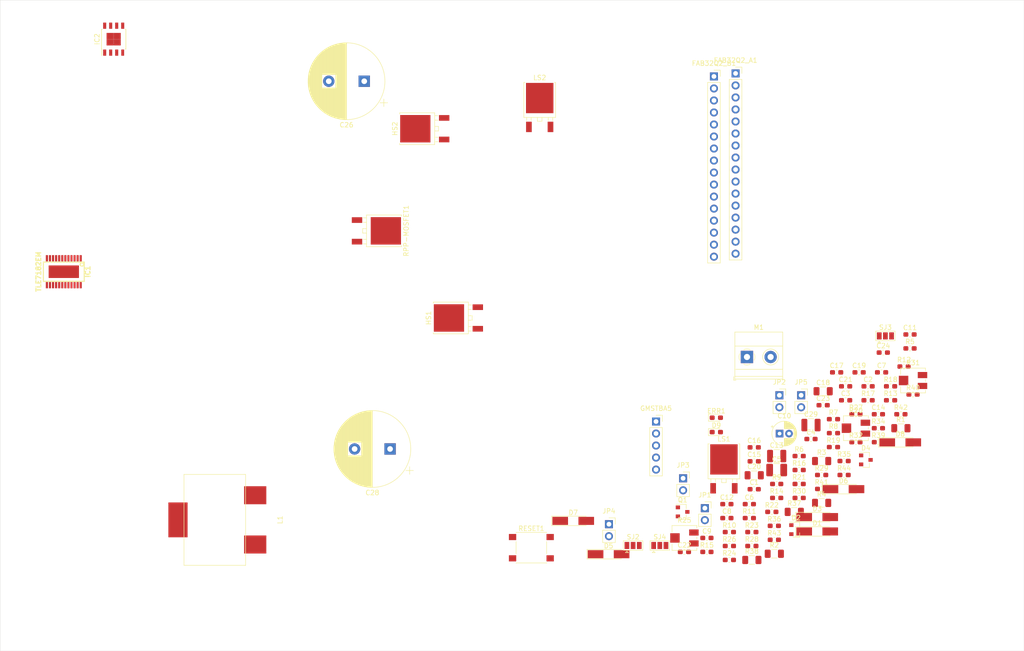
<source format=kicad_pcb>
(kicad_pcb (version 20171130) (host pcbnew 5.1.6-c6e7f7d~87~ubuntu18.04.1)
  (layers (0 F.Cu signal) (31 B.Cu signal) (34 B.Paste user) (35 F.Paste user) (36 B.SilkS user) (37 F.SilkS user) (38 B.Mask user) (39 F.Mask user) (44 Edge.Cuts user))
  (net 0 "")
  (net 1 "Net-(C1-Pad2)")
  (net 2 "Net-(C1-Pad1)")
  (net 3 GNDPWR)
  (net 4 "Net-(C2-Pad1)")
  (net 5 "Net-(C3-Pad2)")
  (net 6 GND)
  (net 7 +5V)
  (net 8 "Net-(C6-Pad2)")
  (net 9 /OUT1)
  (net 10 "Net-(C7-Pad2)")
  (net 11 "Net-(C7-Pad1)")
  (net 12 "Net-(C8-Pad2)")
  (net 13 "Net-(C8-Pad1)")
  (net 14 "Net-(C9-Pad2)")
  (net 15 /OUT2)
  (net 16 "Net-(C10-Pad1)")
  (net 17 "Net-(C12-Pad2)")
  (net 18 "Net-(C12-Pad1)")
  (net 19 /ISO*)
  (net 20 "Net-(C18-Pad2)")
  (net 21 "Net-(C20-Pad2)")
  (net 22 "Net-(C22-Pad2)")
  (net 23 "Net-(C23-Pad2)")
  (net 24 "Net-(C24-Pad2)")
  (net 25 "Net-(D1-Pad2)")
  (net 26 "Net-(D1-Pad1)")
  (net 27 "Net-(D2-Pad2)")
  (net 28 "Net-(D3-Pad2)")
  (net 29 "Net-(D3-Pad1)")
  (net 30 "Net-(D5-Pad1)")
  (net 31 "Net-(D6-Pad2)")
  (net 32 "Net-(D6-Pad1)")
  (net 33 "Net-(D7-Pad2)")
  (net 34 "Net-(D7-Pad1)")
  (net 35 "Net-(D8-Pad2)")
  (net 36 "Net-(D8-Pad1)")
  (net 37 "Net-(D9-Pad1)")
  (net 38 "Net-(ERR1-Pad2)")
  (net 39 "Net-(ERR1-Pad1)")
  (net 40 /IL1)
  (net 41 /IH1)
  (net 42 /IL2)
  (net 43 /IH2)
  (net 44 /PWM)
  (net 45 /ERR)
  (net 46 /DRV)
  (net 47 "Net-(JP1-Pad1)")
  (net 48 "Net-(JP4-Pad1)")
  (net 49 "Net-(JP5-Pad1)")
  (net 50 "Net-(Q1-Pad3)")
  (net 51 "Net-(Q1-Pad1)")
  (net 52 "Net-(R20-Pad1)")
  (net 53 "Net-(R25-Pad1)")
  (net 54 "Net-(R30-Pad1)")
  (net 55 "Net-(R32-Pad1)")
  (net 56 "Net-(R34-Pad1)")
  (net 57 "Net-(R35-Pad1)")
  (net 58 "Net-(R36-Pad1)")
  (net 59 "Net-(IC1-Pad18)")
  (net 60 "Net-(IC1-Pad16)")
  (net 61 "Net-(IC1-Pad15)")
  (net 62 "Net-(IC1-Pad14)")
  (net 63 "Net-(IC1-Pad13)")
  (net 64 "Net-(IC1-Pad12)")
  (net 65 "Net-(IC1-Pad9)")
  (net 66 "Net-(IC1-Pad6)")
  (net 67 "Net-(IC1-Pad5)")
  (module Resistor_SMD:R_0603_1608Metric_Pad1.05x0.95mm_HandSolder (layer F.Cu) (at 237.059 132.626)
    (fp_text reference R44 (at 0 -1.43) (layer F.SilkS))
    (fp_text value "10K 1%")
    (pad 2 smd roundrect (at 0.875 0) (size 1.05 0.95) (layers F.Cu F.Paste F.Mask) (net 64 "Net-(IC1-Pad12)"))
    (pad 1 smd roundrect (at -0.875 0) (size 1.05 0.95) (layers F.Cu F.Paste F.Mask) (net 17 "Net-(C12-Pad2)"))
  )
  (module Resistor_SMD:R_0603_1608Metric_Pad1.05x0.95mm_HandSolder (layer F.Cu) (at 222.309 146.326)
    (fp_text reference R43 (at 0 -1.43) (layer F.SilkS))
    (fp_text value 47K)
    (pad 2 smd roundrect (at 0.875 0) (size 1.05 0.95) (layers F.Cu F.Paste F.Mask) (net 6 GND))
    (pad 1 smd roundrect (at -0.875 0) (size 1.05 0.95) (layers F.Cu F.Paste F.Mask) (net 51 "Net-(Q1-Pad1)"))
  )
  (module Resistor_SMD:R_0603_1608Metric_Pad1.05x0.95mm_HandSolder (layer F.Cu) (at 249.059 119.786)
    (fp_text reference R42 (at 0 -1.43) (layer F.SilkS))
    (fp_text value 47K)
    (pad 2 smd roundrect (at 0.875 0) (size 1.05 0.95) (layers F.Cu F.Paste F.Mask) (net 23 "Net-(C23-Pad2)"))
    (pad 1 smd roundrect (at -0.875 0) (size 1.05 0.95) (layers F.Cu F.Paste F.Mask) (net 9 /OUT1))
  )
  (module Resistor_SMD:R_0603_1608Metric_Pad1.05x0.95mm_HandSolder (layer F.Cu) (at 232.309 135.576)
    (fp_text reference R41 (at 0 -1.43) (layer F.SilkS))
    (fp_text value 5,1K)
    (pad 2 smd roundrect (at 0.875 0) (size 1.05 0.95) (layers F.Cu F.Paste F.Mask) (net 23 "Net-(C23-Pad2)"))
    (pad 1 smd roundrect (at -0.875 0) (size 1.05 0.95) (layers F.Cu F.Paste F.Mask) (net 6 GND))
  )
  (module Resistor_SMD:R_0603_1608Metric_Pad1.05x0.95mm_HandSolder (layer F.Cu) (at 251.629 115.606)
    (fp_text reference R40 (at 0 -1.43) (layer F.SilkS))
    (fp_text value 5,1K)
    (pad 2 smd roundrect (at 0.875 0) (size 1.05 0.95) (layers F.Cu F.Paste F.Mask) (net 22 "Net-(C22-Pad2)"))
    (pad 1 smd roundrect (at -0.875 0) (size 1.05 0.95) (layers F.Cu F.Paste F.Mask) (net 6 GND))
  )
  (module Resistor_SMD:R_0603_1608Metric_Pad1.05x0.95mm_HandSolder (layer F.Cu) (at 244.309 125.686)
    (fp_text reference R39 (at 0 -1.43) (layer F.SilkS))
    (fp_text value 47K)
    (pad 2 smd roundrect (at 0.875 0) (size 1.05 0.95) (layers F.Cu F.Paste F.Mask) (net 22 "Net-(C22-Pad2)"))
    (pad 1 smd roundrect (at -0.875 0) (size 1.05 0.95) (layers F.Cu F.Paste F.Mask) (net 15 /OUT2))
  )
  (module Resistor_SMD:R_0603_1608Metric_Pad1.05x0.95mm_HandSolder (layer F.Cu) (at 222.309 143.376)
    (fp_text reference R36 (at 0 -1.43) (layer F.SilkS))
    (fp_text value 10K)
    (pad 2 smd roundrect (at 0.875 0) (size 1.05 0.95) (layers F.Cu F.Paste F.Mask) (net 40 /IL1))
    (pad 1 smd roundrect (at -0.875 0) (size 1.05 0.95) (layers F.Cu F.Paste F.Mask) (net 58 "Net-(R36-Pad1)"))
  )
  (module Resistor_SMD:R_0603_1608Metric_Pad1.05x0.95mm_HandSolder (layer F.Cu) (at 237.059 129.676)
    (fp_text reference R35 (at 0 -1.43) (layer F.SilkS))
    (fp_text value 10K)
    (pad 2 smd roundrect (at 0.875 0) (size 1.05 0.95) (layers F.Cu F.Paste F.Mask) (net 46 /DRV))
    (pad 1 smd roundrect (at -0.875 0) (size 1.05 0.95) (layers F.Cu F.Paste F.Mask) (net 57 "Net-(R35-Pad1)"))
  )
  (module Resistor_SMD:R_0603_1608Metric_Pad1.05x0.95mm_HandSolder (layer F.Cu) (at 244.309 122.736)
    (fp_text reference R34 (at 0 -1.43) (layer F.SilkS))
    (fp_text value 10K)
    (pad 2 smd roundrect (at 0.875 0) (size 1.05 0.95) (layers F.Cu F.Paste F.Mask) (net 41 /IH1))
    (pad 1 smd roundrect (at -0.875 0) (size 1.05 0.95) (layers F.Cu F.Paste F.Mask) (net 56 "Net-(R34-Pad1)"))
  )
  (module Resistor_SMD:R_0603_1608Metric_Pad1.05x0.95mm_HandSolder (layer F.Cu) (at 239.559 125.686)
    (fp_text reference R32 (at 0 -1.43) (layer F.SilkS))
    (fp_text value 10K)
    (pad 2 smd roundrect (at 0.875 0) (size 1.05 0.95) (layers F.Cu F.Paste F.Mask) (net 44 /PWM))
    (pad 1 smd roundrect (at -0.875 0) (size 1.05 0.95) (layers F.Cu F.Paste F.Mask) (net 55 "Net-(R32-Pad1)"))
  )
  (module Resistor_SMD:R_0603_1608Metric_Pad1.05x0.95mm_HandSolder (layer F.Cu) (at 227.559 137.476)
    (fp_text reference R30 (at 0 -1.43) (layer F.SilkS))
    (fp_text value 10K)
    (pad 2 smd roundrect (at 0.875 0) (size 1.05 0.95) (layers F.Cu F.Paste F.Mask) (net 43 /IH2))
    (pad 1 smd roundrect (at -0.875 0) (size 1.05 0.95) (layers F.Cu F.Paste F.Mask) (net 54 "Net-(R30-Pad1)"))
  )
  (module Resistor_SMD:R_0603_1608Metric_Pad1.05x0.95mm_HandSolder (layer F.Cu) (at 232.309 132.626)
    (fp_text reference R29 (at 0 -1.43) (layer F.SilkS))
    (fp_text value 10K)
    (pad 2 smd roundrect (at 0.875 0) (size 1.05 0.95) (layers F.Cu F.Paste F.Mask) (net 42 /IL2))
    (pad 1 smd roundrect (at -0.875 0) (size 1.05 0.95) (layers F.Cu F.Paste F.Mask) (net 62 "Net-(IC1-Pad14)"))
  )
  (module Resistor_SMD:R_0603_1608Metric_Pad1.05x0.95mm_HandSolder (layer F.Cu) (at 217.559 147.636)
    (fp_text reference R28 (at 0 -1.43) (layer F.SilkS))
    (fp_text value R)
    (pad 2 smd roundrect (at 0.875 0) (size 1.05 0.95) (layers F.Cu F.Paste F.Mask) (net 3 GNDPWR))
    (pad 1 smd roundrect (at -0.875 0) (size 1.05 0.95) (layers F.Cu F.Paste F.Mask) (net 24 "Net-(C24-Pad2)"))
  )
  (module Resistor_SMD:R_0603_1608Metric_Pad1.05x0.95mm_HandSolder (layer F.Cu) (at 239.559 119.786)
    (fp_text reference R27 (at 0 -1.43) (layer F.SilkS))
    (fp_text value 10K)
    (pad 2 smd roundrect (at 0.875 0) (size 1.05 0.95) (layers F.Cu F.Paste F.Mask) (net 45 /ERR))
    (pad 1 smd roundrect (at -0.875 0) (size 1.05 0.95) (layers F.Cu F.Paste F.Mask) (net 39 "Net-(ERR1-Pad1)"))
  )
  (module Resistor_SMD:R_0603_1608Metric_Pad1.05x0.95mm_HandSolder (layer F.Cu) (at 212.809 147.636)
    (fp_text reference R26 (at 0 -1.43) (layer F.SilkS))
    (fp_text value R)
    (pad 2 smd roundrect (at 0.875 0) (size 1.05 0.95) (layers F.Cu F.Paste F.Mask) (net 24 "Net-(C24-Pad2)"))
    (pad 1 smd roundrect (at -0.875 0) (size 1.05 0.95) (layers F.Cu F.Paste F.Mask) (net 14 "Net-(C9-Pad2)"))
  )
  (module Resistor_SMD:R_0603_1608Metric_Pad1.05x0.95mm_HandSolder (layer F.Cu) (at 212.809 150.586)
    (fp_text reference R24 (at 0 -1.43) (layer F.SilkS))
    (fp_text value 1K)
    (pad 2 smd roundrect (at 0.875 0) (size 1.05 0.95) (layers F.Cu F.Paste F.Mask) (net 49 "Net-(JP5-Pad1)"))
    (pad 1 smd roundrect (at -0.875 0) (size 1.05 0.95) (layers F.Cu F.Paste F.Mask) (net 7 +5V))
  )
  (module Resistor_SMD:R_0603_1608Metric_Pad1.05x0.95mm_HandSolder (layer F.Cu) (at 217.559 144.686)
    (fp_text reference R23 (at 0 -1.43) (layer F.SilkS))
    (fp_text value 22K)
    (pad 2 smd roundrect (at 0.875 0) (size 1.05 0.95) (layers F.Cu F.Paste F.Mask) (net 19 /ISO*))
    (pad 1 smd roundrect (at -0.875 0) (size 1.05 0.95) (layers F.Cu F.Paste F.Mask) (net 65 "Net-(IC1-Pad9)"))
  )
  (module Resistor_SMD:R_0603_1608Metric_Pad1.05x0.95mm_HandSolder (layer F.Cu) (at 221.779 140.426)
    (fp_text reference R22 (at 0 -1.43) (layer F.SilkS))
    (fp_text value 1R)
    (pad 2 smd roundrect (at 0.875 0) (size 1.05 0.95) (layers F.Cu F.Paste F.Mask) (net 20 "Net-(C18-Pad2)"))
    (pad 1 smd roundrect (at -0.875 0) (size 1.05 0.95) (layers F.Cu F.Paste F.Mask) (net 2 "Net-(C1-Pad1)"))
  )
  (module Resistor_SMD:R_0603_1608Metric_Pad1.05x0.95mm_HandSolder (layer F.Cu) (at 227.559 134.526)
    (fp_text reference R21 (at 0 -1.43) (layer F.SilkS))
    (fp_text value 1R)
    (pad 2 smd roundrect (at 0.875 0) (size 1.05 0.95) (layers F.Cu F.Paste F.Mask) (net 16 "Net-(C10-Pad1)"))
    (pad 1 smd roundrect (at -0.875 0) (size 1.05 0.95) (layers F.Cu F.Paste F.Mask) (net 2 "Net-(C1-Pad1)"))
  )
  (module Resistor_SMD:R_0603_1608Metric_Pad1.05x0.95mm_HandSolder (layer F.Cu) (at 234.809 126.726)
    (fp_text reference R19 (at 0 -1.43) (layer F.SilkS))
    (fp_text value "22R 1%")
    (pad 2 smd roundrect (at 0.875 0) (size 1.05 0.95) (layers F.Cu F.Paste F.Mask) (net 67 "Net-(IC1-Pad5)"))
    (pad 1 smd roundrect (at -0.875 0) (size 1.05 0.95) (layers F.Cu F.Paste F.Mask) (net 2 "Net-(C1-Pad1)"))
  )
  (module Resistor_SMD:R_0603_1608Metric_Pad1.05x0.95mm_HandSolder (layer F.Cu) (at 246.879 113.886)
    (fp_text reference R18 (at 0 -1.43) (layer F.SilkS))
    (fp_text value 4k7)
    (pad 2 smd roundrect (at 0.875 0) (size 1.05 0.95) (layers F.Cu F.Paste F.Mask) (net 66 "Net-(IC1-Pad6)"))
    (pad 1 smd roundrect (at -0.875 0) (size 1.05 0.95) (layers F.Cu F.Paste F.Mask) (net 50 "Net-(Q1-Pad3)"))
  )
  (module Resistor_SMD:R_0603_1608Metric_Pad1.05x0.95mm_HandSolder (layer F.Cu) (at 242.129 116.836)
    (fp_text reference R17 (at 0 -1.43) (layer F.SilkS))
    (fp_text value 1K)
    (pad 2 smd roundrect (at 0.875 0) (size 1.05 0.95) (layers F.Cu F.Paste F.Mask) (net 19 /ISO*))
    (pad 1 smd roundrect (at -0.875 0) (size 1.05 0.95) (layers F.Cu F.Paste F.Mask) (net 17 "Net-(C12-Pad2)"))
  )
  (module Resistor_SMD:R_0603_1608Metric_Pad1.05x0.95mm_HandSolder (layer F.Cu) (at 227.559 131.576)
    (fp_text reference R16 (at 0 -1.43) (layer F.SilkS))
    (fp_text value "10K 1%")
    (pad 2 smd roundrect (at 0.875 0) (size 1.05 0.95) (layers F.Cu F.Paste F.Mask) (net 64 "Net-(IC1-Pad12)"))
    (pad 1 smd roundrect (at -0.875 0) (size 1.05 0.95) (layers F.Cu F.Paste F.Mask) (net 17 "Net-(C12-Pad2)"))
  )
  (module Resistor_SMD:R_0603_1608Metric_Pad1.05x0.95mm_HandSolder (layer F.Cu) (at 208.059 148.886)
    (fp_text reference R15 (at 0 -1.43) (layer F.SilkS))
    (fp_text value "10K 1%")
    (pad 2 smd roundrect (at 0.875 0) (size 1.05 0.95) (layers F.Cu F.Paste F.Mask) (net 6 GND))
    (pad 1 smd roundrect (at -0.875 0) (size 1.05 0.95) (layers F.Cu F.Paste F.Mask) (net 18 "Net-(C12-Pad1)"))
  )
  (module Resistor_SMD:R_0603_1608Metric_Pad1.05x0.95mm_HandSolder (layer F.Cu) (at 222.809 137.476)
    (fp_text reference R14 (at 0 -1.43) (layer F.SilkS))
    (fp_text value "10K 1%")
    (pad 2 smd roundrect (at 0.875 0) (size 1.05 0.95) (layers F.Cu F.Paste F.Mask) (net 18 "Net-(C12-Pad1)"))
    (pad 1 smd roundrect (at -0.875 0) (size 1.05 0.95) (layers F.Cu F.Paste F.Mask) (net 7 +5V))
  )
  (module Resistor_SMD:R_0603_1608Metric_Pad1.05x0.95mm_HandSolder (layer F.Cu) (at 246.879 116.836)
    (fp_text reference R13 (at 0 -1.43) (layer F.SilkS))
    (fp_text value "220R 1%")
    (pad 2 smd roundrect (at 0.875 0) (size 1.05 0.95) (layers F.Cu F.Paste F.Mask) (net 17 "Net-(C12-Pad2)"))
    (pad 1 smd roundrect (at -0.875 0) (size 1.05 0.95) (layers F.Cu F.Paste F.Mask) (net 3 GNDPWR))
  )
  (module Resistor_SMD:R_0603_1608Metric_Pad1.05x0.95mm_HandSolder (layer F.Cu) (at 249.729 109.706)
    (fp_text reference R12 (at 0 -1.43) (layer F.SilkS))
    (fp_text value "220R 1%")
    (pad 2 smd roundrect (at 0.875 0) (size 1.05 0.95) (layers F.Cu F.Paste F.Mask) (net 18 "Net-(C12-Pad1)"))
    (pad 1 smd roundrect (at -0.875 0) (size 1.05 0.95) (layers F.Cu F.Paste F.Mask) (net 24 "Net-(C24-Pad2)"))
  )
  (module Resistor_SMD:R_0603_1608Metric_Pad1.05x0.95mm_HandSolder (layer F.Cu) (at 217.029 141.736)
    (fp_text reference R11 (at 0 -1.43) (layer F.SilkS))
    (fp_text value 0R)
    (pad 2 smd roundrect (at 0.875 0) (size 1.05 0.95) (layers F.Cu F.Paste F.Mask) (net 30 "Net-(D5-Pad1)"))
    (pad 1 smd roundrect (at -0.875 0) (size 1.05 0.95) (layers F.Cu F.Paste F.Mask) (net 24 "Net-(C24-Pad2)"))
  )
  (module Resistor_SMD:R_0603_1608Metric_Pad1.05x0.95mm_HandSolder (layer F.Cu) (at 212.809 144.686)
    (fp_text reference R10 (at 0 -1.43) (layer F.SilkS))
    (fp_text value 0R)
    (pad 2 smd roundrect (at 0.875 0) (size 1.05 0.95) (layers F.Cu F.Paste F.Mask) (net 13 "Net-(C8-Pad1)"))
    (pad 1 smd roundrect (at -0.875 0) (size 1.05 0.95) (layers F.Cu F.Paste F.Mask) (net 15 /OUT2))
  )
  (module Resistor_SMD:R_0603_1608Metric_Pad1.05x0.95mm_HandSolder (layer F.Cu) (at 222.809 134.526)
    (fp_text reference R9 (at 0 -1.43) (layer F.SilkS))
    (fp_text value 0R)
    (pad 2 smd roundrect (at 0.875 0) (size 1.05 0.95) (layers F.Cu F.Paste F.Mask) (net 11 "Net-(C7-Pad1)"))
    (pad 1 smd roundrect (at -0.875 0) (size 1.05 0.95) (layers F.Cu F.Paste F.Mask) (net 9 /OUT1))
  )
  (module Resistor_SMD:R_0603_1608Metric_Pad1.05x0.95mm_HandSolder (layer F.Cu) (at 234.809 123.776)
    (fp_text reference R8 (at 0 -1.43) (layer F.SilkS))
    (fp_text value "10R 1%")
    (pad 2 smd roundrect (at 0.875 0) (size 1.05 0.95) (layers F.Cu F.Paste F.Mask) (net 36 "Net-(D8-Pad1)"))
    (pad 1 smd roundrect (at -0.875 0) (size 1.05 0.95) (layers F.Cu F.Paste F.Mask) (net 35 "Net-(D8-Pad2)"))
  )
  (module Resistor_SMD:R_0603_1608Metric_Pad1.05x0.95mm_HandSolder (layer F.Cu) (at 234.809 120.826)
    (fp_text reference R7 (at 0 -1.43) (layer F.SilkS))
    (fp_text value "10R 1%")
    (pad 2 smd roundrect (at 0.875 0) (size 1.05 0.95) (layers F.Cu F.Paste F.Mask) (net 32 "Net-(D6-Pad1)"))
    (pad 1 smd roundrect (at -0.875 0) (size 1.05 0.95) (layers F.Cu F.Paste F.Mask) (net 31 "Net-(D6-Pad2)"))
  )
  (module Resistor_SMD:R_0603_1608Metric_Pad1.05x0.95mm_HandSolder (layer F.Cu) (at 227.559 128.626)
    (fp_text reference R6 (at 0 -1.43) (layer F.SilkS))
    (fp_text value "10R 1%")
    (pad 2 smd roundrect (at 0.875 0) (size 1.05 0.95) (layers F.Cu F.Paste F.Mask) (net 26 "Net-(D1-Pad1)"))
    (pad 1 smd roundrect (at -0.875 0) (size 1.05 0.95) (layers F.Cu F.Paste F.Mask) (net 25 "Net-(D1-Pad2)"))
  )
  (module Resistor_SMD:R_0603_1608Metric_Pad1.05x0.95mm_HandSolder (layer F.Cu) (at 250.989 105.876)
    (fp_text reference R5 (at 0 -1.43) (layer F.SilkS))
    (fp_text value "10R 1%")
    (pad 2 smd roundrect (at 0.875 0) (size 1.05 0.95) (layers F.Cu F.Paste F.Mask) (net 29 "Net-(D3-Pad1)"))
    (pad 1 smd roundrect (at -0.875 0) (size 1.05 0.95) (layers F.Cu F.Paste F.Mask) (net 28 "Net-(D3-Pad2)"))
  )
  (module LED_SMD:LED_0603_1608Metric_Pad1.05x0.95mm_HandSolder (layer F.Cu) (at 210.054 120.521)
    (fp_text reference ERR1 (at 0 -1.43) (layer F.SilkS))
    (fp_text value LED)
    (pad 2 smd roundrect (at 0.875 0) (size 1.05 0.95) (layers F.Cu F.Paste F.Mask) (net 38 "Net-(ERR1-Pad2)"))
    (pad 1 smd roundrect (at -0.875 0) (size 1.05 0.95) (layers F.Cu F.Paste F.Mask) (net 39 "Net-(ERR1-Pad1)"))
  )
  (module LED_SMD:LED_0603_1608Metric_Pad1.05x0.95mm_HandSolder (layer F.Cu) (at 210.054 123.561)
    (fp_text reference D9 (at 0 -1.43) (layer F.SilkS))
    (fp_text value 5V)
    (pad 2 smd roundrect (at 0.875 0) (size 1.05 0.95) (layers F.Cu F.Paste F.Mask) (net 7 +5V))
    (pad 1 smd roundrect (at -0.875 0) (size 1.05 0.95) (layers F.Cu F.Paste F.Mask) (net 37 "Net-(D9-Pad1)"))
  )
  (module Capacitor_SMD:C_0603_1608Metric_Pad1.05x0.95mm_HandSolder (layer F.Cu) (at 245.339 106.756)
    (fp_text reference C24 (at 0 -1.43) (layer F.SilkS))
    (fp_text value "(n.m.)")
    (pad 2 smd roundrect (at 0.875 0) (size 1.05 0.95) (layers F.Cu F.Paste F.Mask) (net 24 "Net-(C24-Pad2)"))
    (pad 1 smd roundrect (at -0.875 0) (size 1.05 0.95) (layers F.Cu F.Paste F.Mask) (net 3 GNDPWR))
  )
  (module Capacitor_SMD:C_0603_1608Metric_Pad1.05x0.95mm_HandSolder (layer F.Cu) (at 232.629 117.876)
    (fp_text reference C23 (at 0 -1.43) (layer F.SilkS))
    (fp_text value 22n)
    (pad 2 smd roundrect (at 0.875 0) (size 1.05 0.95) (layers F.Cu F.Paste F.Mask) (net 23 "Net-(C23-Pad2)"))
    (pad 1 smd roundrect (at -0.875 0) (size 1.05 0.95) (layers F.Cu F.Paste F.Mask) (net 6 GND))
  )
  (module Capacitor_SMD:C_0603_1608Metric_Pad1.05x0.95mm_HandSolder (layer F.Cu) (at 203.309 148.886)
    (fp_text reference C22 (at 0 -1.43) (layer F.SilkS))
    (fp_text value 22n)
    (pad 2 smd roundrect (at 0.875 0) (size 1.05 0.95) (layers F.Cu F.Paste F.Mask) (net 22 "Net-(C22-Pad2)"))
    (pad 1 smd roundrect (at -0.875 0) (size 1.05 0.95) (layers F.Cu F.Paste F.Mask) (net 6 GND))
  )
  (module Capacitor_SMD:C_0603_1608Metric_Pad1.05x0.95mm_HandSolder (layer F.Cu) (at 237.379 113.886)
    (fp_text reference C21 (at 0 -1.43) (layer F.SilkS))
    (fp_text value 100n)
    (pad 2 smd roundrect (at 0.875 0) (size 1.05 0.95) (layers F.Cu F.Paste F.Mask) (net 7 +5V))
    (pad 1 smd roundrect (at -0.875 0) (size 1.05 0.95) (layers F.Cu F.Paste F.Mask) (net 6 GND))
  )
  (module Capacitor_SMD:C_0603_1608Metric_Pad1.05x0.95mm_HandSolder (layer F.Cu) (at 240.229 110.936)
    (fp_text reference C19 (at 0 -1.43) (layer F.SilkS))
    (fp_text value 100n)
    (pad 2 smd roundrect (at 0.875 0) (size 1.05 0.95) (layers F.Cu F.Paste F.Mask) (net 20 "Net-(C18-Pad2)"))
    (pad 1 smd roundrect (at -0.875 0) (size 1.05 0.95) (layers F.Cu F.Paste F.Mask) (net 6 GND))
  )
  (module Capacitor_SMD:C_0603_1608Metric_Pad1.05x0.95mm_HandSolder (layer F.Cu) (at 235.479 110.936)
    (fp_text reference C17 (at 0 -1.43) (layer F.SilkS))
    (fp_text value 220p)
    (pad 2 smd roundrect (at 0.875 0) (size 1.05 0.95) (layers F.Cu F.Paste F.Mask) (net 6 GND))
    (pad 1 smd roundrect (at -0.875 0) (size 1.05 0.95) (layers F.Cu F.Paste F.Mask) (net 19 /ISO*))
  )
  (module Capacitor_SMD:C_0603_1608Metric_Pad1.05x0.95mm_HandSolder (layer F.Cu) (at 218.059 126.786)
    (fp_text reference C16 (at 0 -1.43) (layer F.SilkS))
    (fp_text value 220p)
    (pad 2 smd roundrect (at 0.875 0) (size 1.05 0.95) (layers F.Cu F.Paste F.Mask) (net 6 GND))
    (pad 1 smd roundrect (at -0.875 0) (size 1.05 0.95) (layers F.Cu F.Paste F.Mask) (net 17 "Net-(C12-Pad2)"))
  )
  (module Capacitor_SMD:C_0603_1608Metric_Pad1.05x0.95mm_HandSolder (layer F.Cu) (at 218.059 129.736)
    (fp_text reference C15 (at 0 -1.43) (layer F.SilkS))
    (fp_text value 10p)
    (pad 2 smd roundrect (at 0.875 0) (size 1.05 0.95) (layers F.Cu F.Paste F.Mask) (net 6 GND))
    (pad 1 smd roundrect (at -0.875 0) (size 1.05 0.95) (layers F.Cu F.Paste F.Mask) (net 17 "Net-(C12-Pad2)"))
  )
  (module Capacitor_SMD:C_0603_1608Metric_Pad1.05x0.95mm_HandSolder (layer F.Cu) (at 244.309 119.786)
    (fp_text reference C14 (at 0 -1.43) (layer F.SilkS))
    (fp_text value 10p)
    (pad 2 smd roundrect (at 0.875 0) (size 1.05 0.95) (layers F.Cu F.Paste F.Mask) (net 18 "Net-(C12-Pad1)"))
    (pad 1 smd roundrect (at -0.875 0) (size 1.05 0.95) (layers F.Cu F.Paste F.Mask) (net 6 GND))
  )
  (module Capacitor_SMD:C_0603_1608Metric_Pad1.05x0.95mm_HandSolder (layer F.Cu) (at 212.279 138.786)
    (fp_text reference C12 (at 0 -1.43) (layer F.SilkS))
    (fp_text value 100p)
    (pad 2 smd roundrect (at 0.875 0) (size 1.05 0.95) (layers F.Cu F.Paste F.Mask) (net 17 "Net-(C12-Pad2)"))
    (pad 1 smd roundrect (at -0.875 0) (size 1.05 0.95) (layers F.Cu F.Paste F.Mask) (net 18 "Net-(C12-Pad1)"))
  )
  (module Capacitor_SMD:C_0603_1608Metric_Pad1.05x0.95mm_HandSolder (layer F.Cu) (at 250.989 102.926)
    (fp_text reference C11 (at 0 -1.43) (layer F.SilkS))
    (fp_text value 10u)
    (pad 2 smd roundrect (at 0.875 0) (size 1.05 0.95) (layers F.Cu F.Paste F.Mask) (net 7 +5V))
    (pad 1 smd roundrect (at -0.875 0) (size 1.05 0.95) (layers F.Cu F.Paste F.Mask) (net 6 GND))
  )
  (module Capacitor_SMD:C_0603_1608Metric_Pad1.05x0.95mm_HandSolder (layer F.Cu) (at 208.059 145.936)
    (fp_text reference C9 (at 0 -1.43) (layer F.SilkS))
    (fp_text value 4,7nF)
    (pad 2 smd roundrect (at 0.875 0) (size 1.05 0.95) (layers F.Cu F.Paste F.Mask) (net 14 "Net-(C9-Pad2)"))
    (pad 1 smd roundrect (at -0.875 0) (size 1.05 0.95) (layers F.Cu F.Paste F.Mask) (net 15 /OUT2))
  )
  (module Capacitor_SMD:C_0603_1608Metric_Pad1.05x0.95mm_HandSolder (layer F.Cu) (at 212.279 141.736)
    (fp_text reference C8 (at 0 -1.43) (layer F.SilkS))
    (fp_text value 330n)
    (pad 2 smd roundrect (at 0.875 0) (size 1.05 0.95) (layers F.Cu F.Paste F.Mask) (net 12 "Net-(C8-Pad2)"))
    (pad 1 smd roundrect (at -0.875 0) (size 1.05 0.95) (layers F.Cu F.Paste F.Mask) (net 13 "Net-(C8-Pad1)"))
  )
  (module Capacitor_SMD:C_0603_1608Metric_Pad1.05x0.95mm_HandSolder (layer F.Cu) (at 244.979 110.936)
    (fp_text reference C7 (at 0 -1.43) (layer F.SilkS))
    (fp_text value 330n)
    (pad 2 smd roundrect (at 0.875 0) (size 1.05 0.95) (layers F.Cu F.Paste F.Mask) (net 10 "Net-(C7-Pad2)"))
    (pad 1 smd roundrect (at -0.875 0) (size 1.05 0.95) (layers F.Cu F.Paste F.Mask) (net 11 "Net-(C7-Pad1)"))
  )
  (module Capacitor_SMD:C_0603_1608Metric_Pad1.05x0.95mm_HandSolder (layer F.Cu) (at 217.029 138.786)
    (fp_text reference C6 (at 0 -1.43) (layer F.SilkS))
    (fp_text value 4,7nF)
    (pad 2 smd roundrect (at 0.875 0) (size 1.05 0.95) (layers F.Cu F.Paste F.Mask) (net 8 "Net-(C6-Pad2)"))
    (pad 1 smd roundrect (at -0.875 0) (size 1.05 0.95) (layers F.Cu F.Paste F.Mask) (net 9 /OUT1))
  )
  (module Capacitor_SMD:C_0603_1608Metric_Pad1.05x0.95mm_HandSolder (layer F.Cu) (at 230.059 125.026)
    (fp_text reference C4 (at 0 -1.43) (layer F.SilkS))
    (fp_text value 100n)
    (pad 2 smd roundrect (at 0.875 0) (size 1.05 0.95) (layers F.Cu F.Paste F.Mask) (net 6 GND))
    (pad 1 smd roundrect (at -0.875 0) (size 1.05 0.95) (layers F.Cu F.Paste F.Mask) (net 7 +5V))
  )
  (module Capacitor_SMD:C_0603_1608Metric_Pad1.05x0.95mm_HandSolder (layer F.Cu) (at 237.379 116.836)
    (fp_text reference C3 (at 0 -1.43) (layer F.SilkS))
    (fp_text value 4,7nF)
    (pad 2 smd roundrect (at 0.875 0) (size 1.05 0.95) (layers F.Cu F.Paste F.Mask) (net 5 "Net-(C3-Pad2)"))
    (pad 1 smd roundrect (at -0.875 0) (size 1.05 0.95) (layers F.Cu F.Paste F.Mask) (net 2 "Net-(C1-Pad1)"))
  )
  (module Capacitor_SMD:C_0603_1608Metric_Pad1.05x0.95mm_HandSolder (layer F.Cu) (at 242.129 113.886)
    (fp_text reference C2 (at 0 -1.43) (layer F.SilkS))
    (fp_text value 100nF)
    (pad 2 smd roundrect (at 0.875 0) (size 1.05 0.95) (layers F.Cu F.Paste F.Mask) (net 3 GNDPWR))
    (pad 1 smd roundrect (at -0.875 0) (size 1.05 0.95) (layers F.Cu F.Paste F.Mask) (net 4 "Net-(C2-Pad1)"))
  )
  (module Capacitor_SMD:C_0603_1608Metric_Pad1.05x0.95mm_HandSolder (layer F.Cu) (at 218.059 135.636)
    (fp_text reference C1 (at 0 -1.43) (layer F.SilkS))
    (fp_text value 4,7nF)
    (pad 2 smd roundrect (at 0.875 0) (size 1.05 0.95) (layers F.Cu F.Paste F.Mask) (net 1 "Net-(C1-Pad2)"))
    (pad 1 smd roundrect (at -0.875 0) (size 1.05 0.95) (layers F.Cu F.Paste F.Mask) (net 2 "Net-(C1-Pad1)"))
  )
  (module Resistor_SMD:R_1206_3216Metric (layer F.Cu) (at 217.559 150.586)
    (fp_text reference R38 (at 0 -1.82) (layer F.SilkS))
    (fp_text value 2k7)
    (pad 2 smd roundrect (at 1.4 0) (size 1.25 1.75) (layers F.Cu F.Paste F.Mask) (roundrect_rratio 0.2) (net 38 "Net-(ERR1-Pad2)"))
    (pad 1 smd roundrect (at -1.4 0) (size 1.25 1.75) (layers F.Cu F.Paste F.Mask) (roundrect_rratio 0.2) (net 7 +5V))
  )
  (module Resistor_SMD:R_1206_3216Metric (layer F.Cu) (at 226.529 140.426)
    (fp_text reference R37 (at 0 -1.82) (layer F.SilkS))
    (fp_text value 2k7)
    (pad 2 smd roundrect (at 1.4 0) (size 1.25 1.75) (layers F.Cu F.Paste F.Mask) (roundrect_rratio 0.2) (net 6 GND))
    (pad 1 smd roundrect (at -1.4 0) (size 1.25 1.75) (layers F.Cu F.Paste F.Mask) (roundrect_rratio 0.2) (net 37 "Net-(D9-Pad1)"))
  )
  (module Potentiometer_SMD:Potentiometer_Vishay_TS53YJ_Vertical (layer F.Cu) (at 251.629 112.656)
    (fp_text reference R31 (at 0 -3.75) (layer F.SilkS))
    (fp_text value 200K)
    (pad 3 smd rect (at 2 1.15) (size 2 1.3) (layers F.Cu F.Paste F.Mask) (net 53 "Net-(R25-Pad1)"))
    (pad 2 smd rect (at -2 0) (size 2 2) (layers F.Cu F.Paste F.Mask) (net 48 "Net-(JP4-Pad1)"))
    (pad 1 smd rect (at 2 -1.15) (size 2 1.3) (layers F.Cu F.Paste F.Mask) (net 48 "Net-(JP4-Pad1)"))
  )
  (module Potentiometer_SMD:Potentiometer_Vishay_TS53YJ_Vertical (layer F.Cu) (at 203.309 145.936)
    (fp_text reference R25 (at 0 -3.75) (layer F.SilkS))
    (fp_text value 50K)
    (pad 3 smd rect (at 2 1.15) (size 2 1.3) (layers F.Cu F.Paste F.Mask) (net 6 GND))
    (pad 2 smd rect (at -2 0) (size 2 2) (layers F.Cu F.Paste F.Mask) (net 53 "Net-(R25-Pad1)"))
    (pad 1 smd rect (at 2 -1.15) (size 2 1.3) (layers F.Cu F.Paste F.Mask) (net 53 "Net-(R25-Pad1)"))
  )
  (module Potentiometer_SMD:Potentiometer_Vishay_TS53YJ_Vertical (layer F.Cu) (at 239.559 122.736)
    (fp_text reference R20 (at 0 -3.75) (layer F.SilkS))
    (fp_text value 100K)
    (pad 3 smd rect (at 2 1.15) (size 2 1.3) (layers F.Cu F.Paste F.Mask) (net 6 GND))
    (pad 2 smd rect (at -2 0) (size 2 2) (layers F.Cu F.Paste F.Mask) (net 47 "Net-(JP1-Pad1)"))
    (pad 1 smd rect (at 2 -1.15) (size 2 1.3) (layers F.Cu F.Paste F.Mask) (net 52 "Net-(R20-Pad1)"))
  )
  (module Resistor_SMD:R_1206_3216Metric (layer F.Cu) (at 232.309 138.526)
    (fp_text reference R4 (at 0 -1.82) (layer F.SilkS))
    (fp_text value R)
    (pad 2 smd roundrect (at 1.4 0) (size 1.25 1.75) (layers F.Cu F.Paste F.Mask) (roundrect_rratio 0.2) (net 52 "Net-(R20-Pad1)"))
    (pad 1 smd roundrect (at -1.4 0) (size 1.25 1.75) (layers F.Cu F.Paste F.Mask) (roundrect_rratio 0.2) (net 7 +5V))
  )
  (module Resistor_SMD:R_1206_3216Metric (layer F.Cu) (at 232.309 129.676)
    (fp_text reference R3 (at 0 -1.82) (layer F.SilkS))
    (fp_text value 2,2R)
    (pad 2 smd roundrect (at 1.4 0) (size 1.25 1.75) (layers F.Cu F.Paste F.Mask) (roundrect_rratio 0.2) (net 24 "Net-(C24-Pad2)"))
    (pad 1 smd roundrect (at -1.4 0) (size 1.25 1.75) (layers F.Cu F.Paste F.Mask) (roundrect_rratio 0.2) (net 8 "Net-(C6-Pad2)"))
  )
  (module Resistor_SMD:R_1206_3216Metric (layer F.Cu) (at 222.309 149.276)
    (fp_text reference R2 (at 0 -1.82) (layer F.SilkS))
    (fp_text value 2,2R)
    (pad 2 smd roundrect (at 1.4 0) (size 1.25 1.75) (layers F.Cu F.Paste F.Mask) (roundrect_rratio 0.2) (net 15 /OUT2))
    (pad 1 smd roundrect (at -1.4 0) (size 1.25 1.75) (layers F.Cu F.Paste F.Mask) (roundrect_rratio 0.2) (net 5 "Net-(C3-Pad2)"))
  )
  (module Resistor_SMD:R_1206_3216Metric (layer F.Cu) (at 249.059 122.736)
    (fp_text reference R1 (at 0 -1.82) (layer F.SilkS))
    (fp_text value 2,2R)
    (pad 2 smd roundrect (at 1.4 0) (size 1.25 1.75) (layers F.Cu F.Paste F.Mask) (roundrect_rratio 0.2) (net 9 /OUT1))
    (pad 1 smd roundrect (at -1.4 0) (size 1.25 1.75) (layers F.Cu F.Paste F.Mask) (roundrect_rratio 0.2) (net 1 "Net-(C1-Pad2)"))
  )
  (module Diode_SMD:D_MiniMELF_Handsoldering (layer F.Cu) (at 248.929 125.731)
    (fp_text reference D8 (at 0 -1.75) (layer F.SilkS))
    (fp_text value D)
    (pad 2 smd rect (at 2.75 0) (size 3.3 1.7) (layers F.Cu F.Paste F.Mask) (net 35 "Net-(D8-Pad2)"))
    (pad 1 smd rect (at -2.75 0) (size 3.3 1.7) (layers F.Cu F.Paste F.Mask) (net 36 "Net-(D8-Pad1)"))
  )
  (module Diode_SMD:D_MiniMELF_Handsoldering (layer F.Cu) (at 236.929 135.621)
    (fp_text reference D6 (at 0 -1.75) (layer F.SilkS))
    (fp_text value D)
    (pad 2 smd rect (at 2.75 0) (size 3.3 1.7) (layers F.Cu F.Paste F.Mask) (net 31 "Net-(D6-Pad2)"))
    (pad 1 smd rect (at -2.75 0) (size 3.3 1.7) (layers F.Cu F.Paste F.Mask) (net 32 "Net-(D6-Pad1)"))
  )
  (module Diode_SMD:D_MiniMELF_Handsoldering (layer F.Cu) (at 187.279 149.371)
    (fp_text reference D5 (at 0 -1.75) (layer F.SilkS))
    (fp_text value D)
    (pad 2 smd rect (at 2.75 0) (size 3.3 1.7) (layers F.Cu F.Paste F.Mask) (net 6 GND))
    (pad 1 smd rect (at -2.75 0) (size 3.3 1.7) (layers F.Cu F.Paste F.Mask) (net 30 "Net-(D5-Pad1)"))
  )
  (module Diode_SMD:D_MiniMELF_Handsoldering (layer F.Cu) (at 231.379 141.521)
    (fp_text reference D3 (at 0 -1.75) (layer F.SilkS))
    (fp_text value D)
    (pad 2 smd rect (at 2.75 0) (size 3.3 1.7) (layers F.Cu F.Paste F.Mask) (net 28 "Net-(D3-Pad2)"))
    (pad 1 smd rect (at -2.75 0) (size 3.3 1.7) (layers F.Cu F.Paste F.Mask) (net 29 "Net-(D3-Pad1)"))
  )
  (module Diode_SMD:D_MiniMELF_Handsoldering (layer F.Cu) (at 231.379 144.561)
    (fp_text reference D1 (at 0 -1.75) (layer F.SilkS))
    (fp_text value D)
    (pad 2 smd rect (at 2.75 0) (size 3.3 1.7) (layers F.Cu F.Paste F.Mask) (net 25 "Net-(D1-Pad2)"))
    (pad 1 smd rect (at -2.75 0) (size 3.3 1.7) (layers F.Cu F.Paste F.Mask) (net 26 "Net-(D1-Pad1)"))
  )
  (module Capacitor_SMD:C_1210_3225Metric (layer F.Cu) (at 230.059 122.076)
    (fp_text reference C29 (at 0 -2.28) (layer F.SilkS))
    (fp_text value 2,2nF)
    (pad 2 smd roundrect (at 1.4 0) (size 1.25 2.65) (layers F.Cu F.Paste F.Mask) (roundrect_rratio 0.2) (net 3 GNDPWR))
    (pad 1 smd roundrect (at -1.4 0) (size 1.25 2.65) (layers F.Cu F.Paste F.Mask) (roundrect_rratio 0.2) (net 2 "Net-(C1-Pad1)"))
  )
  (module Capacitor_SMD:C_1206_3216Metric (layer F.Cu) (at 218.059 132.686)
    (fp_text reference C20 (at 0 -1.82) (layer F.SilkS))
    (fp_text value 2,2uF/50V)
    (pad 2 smd roundrect (at 1.4 0) (size 1.25 1.75) (layers F.Cu F.Paste F.Mask) (roundrect_rratio 0.2) (net 21 "Net-(C20-Pad2)"))
    (pad 1 smd roundrect (at -1.4 0) (size 1.25 1.75) (layers F.Cu F.Paste F.Mask) (roundrect_rratio 0.2) (net 6 GND))
  )
  (module Capacitor_SMD:C_1206_3216Metric (layer F.Cu) (at 232.629 114.926)
    (fp_text reference C18 (at 0 -1.82) (layer F.SilkS))
    (fp_text value 2,2uF/50V)
    (pad 2 smd roundrect (at 1.4 0) (size 1.25 1.75) (layers F.Cu F.Paste F.Mask) (roundrect_rratio 0.2) (net 20 "Net-(C18-Pad2)"))
    (pad 1 smd roundrect (at -1.4 0) (size 1.25 1.75) (layers F.Cu F.Paste F.Mask) (roundrect_rratio 0.2) (net 6 GND))
  )
  (module Capacitor_SMD:C_1210_3225Metric (layer F.Cu) (at 222.809 128.626)
    (fp_text reference C13 (at 0 -2.28) (layer F.SilkS))
    (fp_text value 47n/50V)
    (pad 2 smd roundrect (at 1.4 0) (size 1.25 2.65) (layers F.Cu F.Paste F.Mask) (roundrect_rratio 0.2) (net 16 "Net-(C10-Pad1)"))
    (pad 1 smd roundrect (at -1.4 0) (size 1.25 2.65) (layers F.Cu F.Paste F.Mask) (roundrect_rratio 0.2) (net 6 GND))
  )
  (module Capacitor_SMD:C_1210_3225Metric_Pad1.42x2.65mm_HandSolder (layer F.Cu) (at 222.809 131.576)
    (fp_text reference C5 (at 0 -2.28) (layer F.SilkS))
    (fp_text value 2,2u)
    (pad 2 smd roundrect (at 1.4875 0) (size 1.425 2.65) (layers F.Cu F.Paste F.Mask) (roundrect_rratio 0.175439) (net 3 GNDPWR))
    (pad 1 smd roundrect (at -1.4875 0) (size 1.425 2.65) (layers F.Cu F.Paste F.Mask) (roundrect_rratio 0.175439) (net 2 "Net-(C1-Pad1)"))
  )
  (module footprints:PG-SSOP-24-9 (layer F.Cu) (at 72.136 89.662 180)
    (fp_text reference IC1 (at -5.08 0 90) (layer F.SilkS) (effects (font (size 1.016 1.016) (thickness 0.254))))
    (fp_text value TLE7182EM (at 5.334 0 90) (layer F.SilkS) (effects (font (size 1.016 1.016) (thickness 0.254))))
    (pad 25 smd rect (at 0 0 180) (size 6.4008 2.649982) (layers F.Cu F.Paste F.Mask) (clearance 0.0508))
    (pad 24 smd rect (at -3.57505 -2.8448 180) (size 0.4572 1.3208) (layers F.Cu F.Paste F.Mask) (net 10 "Net-(C7-Pad2)") (clearance 0.0508))
    (pad 23 smd rect (at -2.925064 -2.8448 180) (size 0.4572 1.3208) (layers F.Cu F.Paste F.Mask) (net 26 "Net-(D1-Pad1)") (clearance 0.0508))
    (pad 22 smd rect (at -2.275078 -2.8448 180) (size 0.4572 1.3208) (layers F.Cu F.Paste F.Mask) (net 27 "Net-(D2-Pad2)") (clearance 0.0508))
    (pad 21 smd rect (at -1.625092 -2.8448 180) (size 0.4572 1.3208) (layers F.Cu F.Paste F.Mask) (net 32 "Net-(D6-Pad1)") (clearance 0.0508))
    (pad 20 smd rect (at -0.975106 -2.8448 180) (size 0.4572 1.3208) (layers F.Cu F.Paste F.Mask) (net 30 "Net-(D5-Pad1)") (clearance 0.0508))
    (pad 19 smd rect (at -0.324612 -2.8448 180) (size 0.4572 1.3208) (layers F.Cu F.Paste F.Mask) (net 6 GND) (clearance 0.0508))
    (pad 18 smd rect (at 0.324612 -2.8448 180) (size 0.4572 1.3208) (layers F.Cu F.Paste F.Mask) (net 59 "Net-(IC1-Pad18)") (clearance 0.0508))
    (pad 17 smd rect (at 0.975106 -2.8448 180) (size 0.4572 1.3208) (layers F.Cu F.Paste F.Mask) (net 39 "Net-(ERR1-Pad1)") (clearance 0.0508))
    (pad 16 smd rect (at 1.625092 -2.8448 180) (size 0.4572 1.3208) (layers F.Cu F.Paste F.Mask) (net 60 "Net-(IC1-Pad16)") (clearance 0.0508))
    (pad 15 smd rect (at 2.275078 -2.8448 180) (size 0.4572 1.3208) (layers F.Cu F.Paste F.Mask) (net 61 "Net-(IC1-Pad15)") (clearance 0.0508))
    (pad 14 smd rect (at 2.925064 -2.8448 180) (size 0.4572 1.3208) (layers F.Cu F.Paste F.Mask) (net 62 "Net-(IC1-Pad14)") (clearance 0.0508))
    (pad 13 smd rect (at 3.57505 -2.8448 180) (size 0.4572 1.3208) (layers F.Cu F.Paste F.Mask) (net 63 "Net-(IC1-Pad13)") (clearance 0.0508))
    (pad 12 smd rect (at 3.57505 2.8448 180) (size 0.4572 1.3208) (layers F.Cu F.Paste F.Mask) (net 64 "Net-(IC1-Pad12)") (clearance 0.0508))
    (pad 11 smd rect (at 2.925064 2.8448 180) (size 0.4572 1.3208) (layers F.Cu F.Paste F.Mask) (net 18 "Net-(C12-Pad1)") (clearance 0.0508))
    (pad 10 smd rect (at 2.275078 2.8448 180) (size 0.4572 1.3208) (layers F.Cu F.Paste F.Mask) (net 17 "Net-(C12-Pad2)") (clearance 0.0508))
    (pad 9 smd rect (at 1.625092 2.8448 180) (size 0.4572 1.3208) (layers F.Cu F.Paste F.Mask) (net 65 "Net-(IC1-Pad9)") (clearance 0.0508))
    (pad 8 smd rect (at 0.975106 2.8448 180) (size 0.4572 1.3208) (layers F.Cu F.Paste F.Mask) (net 21 "Net-(C20-Pad2)") (clearance 0.0508))
    (pad 7 smd rect (at 0.324612 2.8448 180) (size 0.4572 1.3208) (layers F.Cu F.Paste F.Mask) (net 20 "Net-(C18-Pad2)") (clearance 0.0508))
    (pad 6 smd rect (at -0.324612 2.8448 180) (size 0.4572 1.3208) (layers F.Cu F.Paste F.Mask) (net 66 "Net-(IC1-Pad6)") (clearance 0.0508))
    (pad 5 smd rect (at -0.975106 2.8448 180) (size 0.4572 1.3208) (layers F.Cu F.Paste F.Mask) (net 67 "Net-(IC1-Pad5)") (clearance 0.0508))
    (pad 4 smd rect (at -1.625092 2.8448 180) (size 0.4572 1.3208) (layers F.Cu F.Paste F.Mask) (net 36 "Net-(D8-Pad1)") (clearance 0.0508))
    (pad 3 smd rect (at -2.275078 2.8448 180) (size 0.4572 1.3208) (layers F.Cu F.Paste F.Mask) (net 13 "Net-(C8-Pad1)") (clearance 0.0508))
    (pad 2 smd rect (at -2.925064 2.8448 180) (size 0.4572 1.3208) (layers F.Cu F.Paste F.Mask) (net 29 "Net-(D3-Pad1)") (clearance 0.0508))
    (pad 1 smd rect (at -3.57505 2.8448 180) (size 0.4572 1.3208) (layers F.Cu F.Paste F.Mask) (net 12 "Net-(C8-Pad2)") (clearance 0.0508))
  )
  (module Package_SO:Infineon_PG-DSO-8-43 (layer F.Cu) (at 82.677 40.513 90)
    (fp_text reference IC2 (at 0 -3.5 90) (layer F.SilkS))
    (fp_text value TLE4269G)
    (pad 9 smd rect (at -0.6625 -0.75 90) (size 1.325 1.5) (layers F.Cu F.Paste F.Mask))
    (pad 9 smd rect (at -0.6625 0.75 90) (size 1.325 1.5) (layers F.Cu F.Paste F.Mask))
    (pad 9 smd rect (at 0.6625 -0.75 90) (size 1.325 1.5) (layers F.Cu F.Paste F.Mask))
    (pad 9 smd rect (at 0.6625 0.75 90) (size 1.325 1.5) (layers F.Cu F.Paste F.Mask))
    (pad 8 smd rect (at 2.845 -1.905 90) (size 1.31 0.65) (layers F.Cu F.Paste F.Mask) (net 7 +5V))
    (pad 7 smd rect (at 2.845 -0.635 90) (size 1.31 0.65) (layers F.Cu F.Paste F.Mask))
    (pad 6 smd rect (at 2.845 0.635 90) (size 1.31 0.65) (layers F.Cu F.Paste F.Mask))
    (pad 5 smd rect (at 2.845 1.905 90) (size 1.31 0.65) (layers F.Cu F.Paste F.Mask) (net 6 GND))
    (pad 4 smd rect (at -2.845 1.905 90) (size 1.31 0.6) (layers F.Cu F.Paste F.Mask))
    (pad 3 smd rect (at -2.845 0.635 90) (size 1.31 0.65) (layers F.Cu F.Paste F.Mask))
    (pad 2 smd rect (at -2.845 -0.635 90) (size 1.31 0.65) (layers F.Cu F.Paste F.Mask))
    (pad 1 smd rect (at -2.845 -1.905 90) (size 1.31 0.65) (layers F.Cu F.Paste F.Mask) (net 16 "Net-(C10-Pad1)"))
  )
  (module Jumper:SolderJumper-3_P1.3mm_Open_Pad1.0x1.5mm (layer F.Cu) (at 198.109 147.526)
    (fp_text reference SJ4 (at 0 -1.8) (layer F.SilkS))
    (fp_text value SolderJumper_3_Open)
    (pad 1 smd rect (at -1.3 0) (size 1 1.5) (layers F.Cu F.Mask) (net 58 "Net-(R36-Pad1)"))
    (pad 2 smd rect (at 0 0) (size 1 1.5) (layers F.Cu F.Mask) (net 60 "Net-(IC1-Pad16)"))
    (pad 3 smd rect (at 1.3 0) (size 1 1.5) (layers F.Cu F.Mask) (net 57 "Net-(R35-Pad1)"))
  )
  (module Jumper:SolderJumper-3_P1.3mm_Open_Pad1.0x1.5mm (layer F.Cu) (at 245.789 103.226)
    (fp_text reference SJ3 (at 0 -1.8) (layer F.SilkS))
    (fp_text value SolderJumper_3_Open)
    (pad 1 smd rect (at -1.3 0) (size 1 1.5) (layers F.Cu F.Mask) (net 56 "Net-(R34-Pad1)"))
    (pad 2 smd rect (at 0 0) (size 1 1.5) (layers F.Cu F.Mask) (net 61 "Net-(IC1-Pad15)"))
    (pad 3 smd rect (at 1.3 0) (size 1 1.5) (layers F.Cu F.Mask) (net 55 "Net-(R32-Pad1)"))
  )
  (module Jumper:SolderJumper-3_P1.3mm_Open_Pad1.0x1.5mm (layer F.Cu) (at 192.459 147.526)
    (fp_text reference SJ2 (at 0 -1.8) (layer F.SilkS))
    (fp_text value SolderJumper_3_Open)
    (pad 1 smd rect (at -1.3 0) (size 1 1.5) (layers F.Cu F.Mask) (net 54 "Net-(R30-Pad1)"))
    (pad 2 smd rect (at 0 0) (size 1 1.5) (layers F.Cu F.Mask) (net 63 "Net-(IC1-Pad13)"))
    (pad 3 smd rect (at 1.3 0) (size 1 1.5) (layers F.Cu F.Mask) (net 48 "Net-(JP4-Pad1)"))
  )
  (module footprints:PG-TO-252-3-313 (layer F.Cu) (at 137.158 81.026 270)
    (fp_text reference RPP-MOSFET1 (at 0 -7.35 90) (layer F.SilkS))
    (fp_text value IPD90N04S4-02)
    (pad 3 smd rect (at 2.28 3.05 270) (size 1.2 2.2) (layers F.Cu F.Paste F.Mask) (net 34 "Net-(D7-Pad1)"))
    (pad 2 smd rect (at 0 -3.05 270) (size 5.8 6.4) (layers F.Cu F.Paste F.Mask) (net 2 "Net-(C1-Pad1)"))
    (pad 1 smd rect (at -2.28 3.05 270) (size 1.2 2.2) (layers F.Cu F.Paste F.Mask) (net 50 "Net-(Q1-Pad3)"))
  )
  (module Button_Switch_SMD:SW_Push_1P1T_NO_6x6mm_H9.5mm (layer F.Cu) (at 170.959 147.991)
    (fp_text reference RESET1 (at 0 -4.05) (layer F.SilkS))
    (fp_text value SW_Push)
    (pad 2 smd rect (at 3.975 2.25) (size 1.55 1.3) (layers F.Cu F.Paste F.Mask) (net 6 GND))
    (pad 1 smd rect (at 3.975 -2.25) (size 1.55 1.3) (layers F.Cu F.Paste F.Mask) (net 65 "Net-(IC1-Pad9)"))
    (pad 1 smd rect (at -3.975 -2.25) (size 1.55 1.3) (layers F.Cu F.Paste F.Mask) (net 65 "Net-(IC1-Pad9)"))
    (pad 2 smd rect (at -3.975 2.25) (size 1.55 1.3) (layers F.Cu F.Paste F.Mask) (net 6 GND))
  )
  (module Package_TO_SOT_SMD:SOT-23 (layer F.Cu) (at 202.929 140.426)
    (fp_text reference Q1 (at 0 -2.5) (layer F.SilkS))
    (fp_text value BC846B)
    (pad 3 smd rect (at 1 0) (size 0.9 0.8) (layers F.Cu F.Paste F.Mask) (net 50 "Net-(Q1-Pad3)"))
    (pad 2 smd rect (at -1 0.95) (size 0.9 0.8) (layers F.Cu F.Paste F.Mask) (net 33 "Net-(D7-Pad2)"))
    (pad 1 smd rect (at -1 -0.95) (size 0.9 0.8) (layers F.Cu F.Paste F.Mask) (net 51 "Net-(Q1-Pad1)"))
  )
  (module TerminalBlock_Phoenix:TerminalBlock_Phoenix_MKDS-1,5-2_1x02_P5.00mm_Horizontal (layer F.Cu) (at 216.529 107.686)
    (fp_text reference M1 (at 2.5 -6.26) (layer F.SilkS))
    (fp_text value Motor_DC)
    (pad 2 thru_hole circle (at 5 0) (size 2.6 2.6) (drill 1.3) (layers *.Cu *.Mask) (net 15 /OUT2))
    (pad 1 thru_hole rect (at 0 0) (size 2.6 2.6) (drill 1.3) (layers *.Cu *.Mask) (net 9 /OUT1))
  )
  (module footprints:PG-TO-252-3-313 (layer F.Cu) (at 172.72 56.007)
    (fp_text reference LS2 (at 0 -7.35) (layer F.SilkS))
    (fp_text value IPD90N04S4-02)
    (pad 3 smd rect (at 2.28 3.05) (size 1.2 2.2) (layers F.Cu F.Paste F.Mask) (net 24 "Net-(C24-Pad2)"))
    (pad 2 smd rect (at 0 -3.05) (size 5.8 6.4) (layers F.Cu F.Paste F.Mask) (net 15 /OUT2))
    (pad 1 smd rect (at -2.28 3.05) (size 1.2 2.2) (layers F.Cu F.Paste F.Mask) (net 35 "Net-(D8-Pad2)"))
  )
  (module footprints:PG-TO-252-3-313 (layer F.Cu) (at 211.659 132.386)
    (fp_text reference LS1 (at 0 -7.35) (layer F.SilkS))
    (fp_text value IPD90N04S4-02)
    (pad 3 smd rect (at 2.28 3.05) (size 1.2 2.2) (layers F.Cu F.Paste F.Mask) (net 24 "Net-(C24-Pad2)"))
    (pad 2 smd rect (at 0 -3.05) (size 5.8 6.4) (layers F.Cu F.Paste F.Mask) (net 9 /OUT1))
    (pad 1 smd rect (at -2.28 3.05) (size 1.2 2.2) (layers F.Cu F.Paste F.Mask) (net 31 "Net-(D6-Pad2)"))
  )
  (module footprints:SER2011-202-REAL (layer F.Cu) (at 110.236 142.113 90)
    (fp_text reference L1 (at 0 7.62 90) (layer F.SilkS))
    (fp_text value SER2011-202)
    (pad 2 smd rect (at 5.205 2.35 270) (size 3.81 4.7) (layers F.Cu F.Paste F.Mask) (net 4 "Net-(C2-Pad1)"))
    (pad 3 smd rect (at 0 -13.97 90) (size 7.37 4.06) (layers F.Cu F.Paste F.Mask))
    (pad 1 smd rect (at -5.205 2.35 270) (size 3.81 4.7) (layers F.Cu F.Paste F.Mask) (net 34 "Net-(D7-Pad1)"))
  )
  (module Connector_PinSocket_2.54mm:PinSocket_1x02_P2.54mm_Vertical (layer F.Cu) (at 227.979 115.776)
    (fp_text reference JP5 (at 0 -2.77) (layer F.SilkS))
    (fp_text value Conn_01x02_Female)
    (pad 2 thru_hole oval (at 0 2.54) (size 1.7 1.7) (drill 1) (layers *.Cu *.Mask) (net 65 "Net-(IC1-Pad9)"))
    (pad 1 thru_hole rect (at 0 0) (size 1.7 1.7) (drill 1) (layers *.Cu *.Mask) (net 49 "Net-(JP5-Pad1)"))
  )
  (module Connector_PinSocket_2.54mm:PinSocket_1x02_P2.54mm_Vertical (layer F.Cu) (at 187.359 143.026)
    (fp_text reference JP4 (at 0 -2.77) (layer F.SilkS))
    (fp_text value Conn_01x02_Female)
    (pad 2 thru_hole oval (at 0 2.54) (size 1.7 1.7) (drill 1) (layers *.Cu *.Mask) (net 6 GND))
    (pad 1 thru_hole rect (at 0 0) (size 1.7 1.7) (drill 1) (layers *.Cu *.Mask) (net 48 "Net-(JP4-Pad1)"))
  )
  (module Connector_PinSocket_2.54mm:PinSocket_1x02_P2.54mm_Vertical (layer F.Cu) (at 203.029 133.326)
    (fp_text reference JP3 (at 0 -2.77) (layer F.SilkS))
    (fp_text value Conn_01x02_Female)
    (pad 2 thru_hole oval (at 0 2.54) (size 1.7 1.7) (drill 1) (layers *.Cu *.Mask) (net 6 GND))
    (pad 1 thru_hole rect (at 0 0) (size 1.7 1.7) (drill 1) (layers *.Cu *.Mask) (net 62 "Net-(IC1-Pad14)"))
  )
  (module Connector_PinSocket_2.54mm:PinSocket_1x02_P2.54mm_Vertical (layer F.Cu) (at 223.379 115.776)
    (fp_text reference JP2 (at 0 -2.77) (layer F.SilkS))
    (fp_text value Conn_01x02_Female)
    (pad 2 thru_hole oval (at 0 2.54) (size 1.7 1.7) (drill 1) (layers *.Cu *.Mask) (net 7 +5V))
    (pad 1 thru_hole rect (at 0 0) (size 1.7 1.7) (drill 1) (layers *.Cu *.Mask) (net 60 "Net-(IC1-Pad16)"))
  )
  (module Connector_PinSocket_2.54mm:PinSocket_1x02_P2.54mm_Vertical (layer F.Cu) (at 207.629 139.636)
    (fp_text reference JP1 (at 0 -2.77) (layer F.SilkS))
    (fp_text value Conn_01x02_Female)
    (pad 2 thru_hole oval (at 0 2.54) (size 1.7 1.7) (drill 1) (layers *.Cu *.Mask) (net 59 "Net-(IC1-Pad18)"))
    (pad 1 thru_hole rect (at 0 0) (size 1.7 1.7) (drill 1) (layers *.Cu *.Mask) (net 47 "Net-(JP1-Pad1)"))
  )
  (module footprints:PG-TO-252-3-313 (layer F.Cu) (at 149.479 59.436 90)
    (fp_text reference HS2 (at 0 -7.35 90) (layer F.SilkS))
    (fp_text value IPD90N04S4-02)
    (pad 3 smd rect (at 2.28 3.05 90) (size 1.2 2.2) (layers F.Cu F.Paste F.Mask) (net 15 /OUT2))
    (pad 2 smd rect (at 0 -3.05 90) (size 5.8 6.4) (layers F.Cu F.Paste F.Mask) (net 2 "Net-(C1-Pad1)"))
    (pad 1 smd rect (at -2.28 3.05 90) (size 1.2 2.2) (layers F.Cu F.Paste F.Mask) (net 28 "Net-(D3-Pad2)"))
  )
  (module footprints:PG-TO-252-3-313 (layer F.Cu) (at 156.591 99.441 90)
    (fp_text reference HS1 (at 0 -7.35 90) (layer F.SilkS))
    (fp_text value IPD90N04S4-02)
    (pad 3 smd rect (at 2.28 3.05 90) (size 1.2 2.2) (layers F.Cu F.Paste F.Mask) (net 9 /OUT1))
    (pad 2 smd rect (at 0 -3.05 90) (size 5.8 6.4) (layers F.Cu F.Paste F.Mask) (net 2 "Net-(C1-Pad1)"))
    (pad 1 smd rect (at -2.28 3.05 90) (size 1.2 2.2) (layers F.Cu F.Paste F.Mask) (net 25 "Net-(D1-Pad2)"))
  )
  (module Connector_PinSocket_2.54mm:PinSocket_1x05_P2.54mm_Vertical (layer F.Cu) (at 197.309 121.326)
    (fp_text reference GMSTBA5 (at 0 -2.77) (layer F.SilkS))
    (fp_text value Conn_01x05_Female)
    (pad 5 thru_hole oval (at 0 10.16) (size 1.7 1.7) (drill 1) (layers *.Cu *.Mask) (net 3 GNDPWR))
    (pad 4 thru_hole oval (at 0 7.62) (size 1.7 1.7) (drill 1) (layers *.Cu *.Mask) (net 3 GNDPWR))
    (pad 3 thru_hole oval (at 0 5.08) (size 1.7 1.7) (drill 1) (layers *.Cu *.Mask) (net 3 GNDPWR))
    (pad 2 thru_hole oval (at 0 2.54) (size 1.7 1.7) (drill 1) (layers *.Cu *.Mask) (net 4 "Net-(C2-Pad1)"))
    (pad 1 thru_hole rect (at 0 0) (size 1.7 1.7) (drill 1) (layers *.Cu *.Mask) (net 4 "Net-(C2-Pad1)"))
  )
  (module Connector_PinSocket_2.54mm:PinSocket_1x16_P2.54mm_Vertical (layer F.Cu) (at 209.55 48.387)
    (fp_text reference FAB32Q2_B1 (at 0 -2.77) (layer F.SilkS))
    (fp_text value Conn_01x16_Female)
    (pad 16 thru_hole oval (at 0 38.1) (size 1.7 1.7) (drill 1) (layers *.Cu *.Mask) (net 7 +5V))
    (pad 15 thru_hole oval (at 0 35.56) (size 1.7 1.7) (drill 1) (layers *.Cu *.Mask))
    (pad 14 thru_hole oval (at 0 33.02) (size 1.7 1.7) (drill 1) (layers *.Cu *.Mask))
    (pad 13 thru_hole oval (at 0 30.48) (size 1.7 1.7) (drill 1) (layers *.Cu *.Mask))
    (pad 12 thru_hole oval (at 0 27.94) (size 1.7 1.7) (drill 1) (layers *.Cu *.Mask) (net 23 "Net-(C23-Pad2)"))
    (pad 11 thru_hole oval (at 0 25.4) (size 1.7 1.7) (drill 1) (layers *.Cu *.Mask) (net 22 "Net-(C22-Pad2)"))
    (pad 10 thru_hole oval (at 0 22.86) (size 1.7 1.7) (drill 1) (layers *.Cu *.Mask))
    (pad 9 thru_hole oval (at 0 20.32) (size 1.7 1.7) (drill 1) (layers *.Cu *.Mask))
    (pad 8 thru_hole oval (at 0 17.78) (size 1.7 1.7) (drill 1) (layers *.Cu *.Mask) (net 40 /IL1))
    (pad 7 thru_hole oval (at 0 15.24) (size 1.7 1.7) (drill 1) (layers *.Cu *.Mask) (net 41 /IH1))
    (pad 6 thru_hole oval (at 0 12.7) (size 1.7 1.7) (drill 1) (layers *.Cu *.Mask) (net 42 /IL2))
    (pad 5 thru_hole oval (at 0 10.16) (size 1.7 1.7) (drill 1) (layers *.Cu *.Mask) (net 43 /IH2))
    (pad 4 thru_hole oval (at 0 7.62) (size 1.7 1.7) (drill 1) (layers *.Cu *.Mask) (net 44 /PWM))
    (pad 3 thru_hole oval (at 0 5.08) (size 1.7 1.7) (drill 1) (layers *.Cu *.Mask))
    (pad 2 thru_hole oval (at 0 2.54) (size 1.7 1.7) (drill 1) (layers *.Cu *.Mask) (net 45 /ERR))
    (pad 1 thru_hole rect (at 0 0) (size 1.7 1.7) (drill 1) (layers *.Cu *.Mask) (net 46 /DRV))
  )
  (module Connector_PinSocket_2.54mm:PinSocket_1x16_P2.54mm_Vertical (layer F.Cu) (at 214.122 47.752)
    (fp_text reference FAB32Q2_A1 (at 0 -2.77) (layer F.SilkS))
    (fp_text value Conn_01x16_Female)
    (pad 16 thru_hole oval (at 0 38.1) (size 1.7 1.7) (drill 1) (layers *.Cu *.Mask) (net 6 GND))
    (pad 15 thru_hole oval (at 0 35.56) (size 1.7 1.7) (drill 1) (layers *.Cu *.Mask))
    (pad 14 thru_hole oval (at 0 33.02) (size 1.7 1.7) (drill 1) (layers *.Cu *.Mask))
    (pad 13 thru_hole oval (at 0 30.48) (size 1.7 1.7) (drill 1) (layers *.Cu *.Mask))
    (pad 12 thru_hole oval (at 0 27.94) (size 1.7 1.7) (drill 1) (layers *.Cu *.Mask))
    (pad 11 thru_hole oval (at 0 25.4) (size 1.7 1.7) (drill 1) (layers *.Cu *.Mask))
    (pad 10 thru_hole oval (at 0 22.86) (size 1.7 1.7) (drill 1) (layers *.Cu *.Mask))
    (pad 9 thru_hole oval (at 0 20.32) (size 1.7 1.7) (drill 1) (layers *.Cu *.Mask) (net 19 /ISO*))
    (pad 8 thru_hole oval (at 0 17.78) (size 1.7 1.7) (drill 1) (layers *.Cu *.Mask))
    (pad 7 thru_hole oval (at 0 15.24) (size 1.7 1.7) (drill 1) (layers *.Cu *.Mask))
    (pad 6 thru_hole oval (at 0 12.7) (size 1.7 1.7) (drill 1) (layers *.Cu *.Mask))
    (pad 5 thru_hole oval (at 0 10.16) (size 1.7 1.7) (drill 1) (layers *.Cu *.Mask))
    (pad 4 thru_hole oval (at 0 7.62) (size 1.7 1.7) (drill 1) (layers *.Cu *.Mask))
    (pad 3 thru_hole oval (at 0 5.08) (size 1.7 1.7) (drill 1) (layers *.Cu *.Mask))
    (pad 2 thru_hole oval (at 0 2.54) (size 1.7 1.7) (drill 1) (layers *.Cu *.Mask))
    (pad 1 thru_hole rect (at 0 0) (size 1.7 1.7) (drill 1) (layers *.Cu *.Mask) (net 19 /ISO*))
  )
  (module Diode_SMD:D_MiniMELF_Handsoldering (layer F.Cu) (at 179.809 142.326)
    (fp_text reference D7 (at 0 -1.75) (layer F.SilkS))
    (fp_text value ZMM12)
    (pad 2 smd rect (at 2.75 0) (size 3.3 1.7) (layers F.Cu F.Paste F.Mask) (net 33 "Net-(D7-Pad2)"))
    (pad 1 smd rect (at -2.75 0) (size 3.3 1.7) (layers F.Cu F.Paste F.Mask) (net 34 "Net-(D7-Pad1)"))
  )
  (module Package_TO_SOT_SMD:SOT-23 (layer F.Cu) (at 241.659 129.436)
    (fp_text reference D4 (at 0 -2.5) (layer F.SilkS))
    (fp_text value BAW56)
    (pad 3 smd rect (at 1 0) (size 0.9 0.8) (layers F.Cu F.Paste F.Mask))
    (pad 2 smd rect (at -1 0.95) (size 0.9 0.8) (layers F.Cu F.Paste F.Mask) (net 13 "Net-(C8-Pad1)"))
    (pad 1 smd rect (at -1 -0.95) (size 0.9 0.8) (layers F.Cu F.Paste F.Mask) (net 6 GND))
  )
  (module Package_TO_SOT_SMD:SOT-23 (layer F.Cu) (at 226.909 144.176)
    (fp_text reference D2 (at 0 -2.5) (layer F.SilkS))
    (fp_text value BAW56)
    (pad 3 smd rect (at 1 0) (size 0.9 0.8) (layers F.Cu F.Paste F.Mask))
    (pad 2 smd rect (at -1 0.95) (size 0.9 0.8) (layers F.Cu F.Paste F.Mask) (net 27 "Net-(D2-Pad2)"))
    (pad 1 smd rect (at -1 -0.95) (size 0.9 0.8) (layers F.Cu F.Paste F.Mask) (net 6 GND))
  )
  (module Capacitor_THT:CP_Radial_D16.0mm_P7.50mm (layer F.Cu) (at 141.097 127.127 180)
    (fp_text reference C28 (at 3.75 -9.25) (layer F.SilkS))
    (fp_text value 220u/50V)
    (pad 2 thru_hole circle (at 7.5 0 180) (size 2.4 2.4) (drill 1.2) (layers *.Cu *.Mask) (net 3 GNDPWR))
    (pad 1 thru_hole rect (at 0 0 180) (size 2.4 2.4) (drill 1.2) (layers *.Cu *.Mask) (net 2 "Net-(C1-Pad1)"))
  )
  (module Capacitor_THT:CP_Radial_D16.0mm_P7.50mm (layer F.Cu) (at 135.636 49.403 180)
    (fp_text reference C26 (at 3.75 -9.25) (layer F.SilkS))
    (fp_text value 220u/50V)
    (pad 2 thru_hole circle (at 7.5 0 180) (size 2.4 2.4) (drill 1.2) (layers *.Cu *.Mask) (net 3 GNDPWR))
    (pad 1 thru_hole rect (at 0 0 180) (size 2.4 2.4) (drill 1.2) (layers *.Cu *.Mask) (net 2 "Net-(C1-Pad1)"))
  )
  (module Capacitor_THT:CP_Radial_D5.0mm_P2.00mm (layer F.Cu) (at 223.418775 123.876)
    (fp_text reference C10 (at 1 -3.75) (layer F.SilkS))
    (fp_text value 22u/50V)
    (pad 2 thru_hole circle (at 2 0) (size 1.6 1.6) (drill 0.8) (layers *.Cu *.Mask) (net 6 GND))
    (pad 1 thru_hole rect (at 0 0) (size 1.6 1.6) (drill 0.8) (layers *.Cu *.Mask) (net 16 "Net-(C10-Pad1)"))
  )
  (gr_line (start 58.674 169.799) (end 58.674 32.258) (layer Edge.Cuts) (width 0.05))
  (gr_line (start 275.082 169.799) (end 58.674 169.799) (layer Edge.Cuts) (width 0.05))
  (gr_line (start 275.082 32.258) (end 275.082 169.799) (layer Edge.Cuts) (width 0.05))
  (gr_line (start 58.674 32.258) (end 275.082 32.258) (layer Edge.Cuts) (width 0.05))
)
</source>
